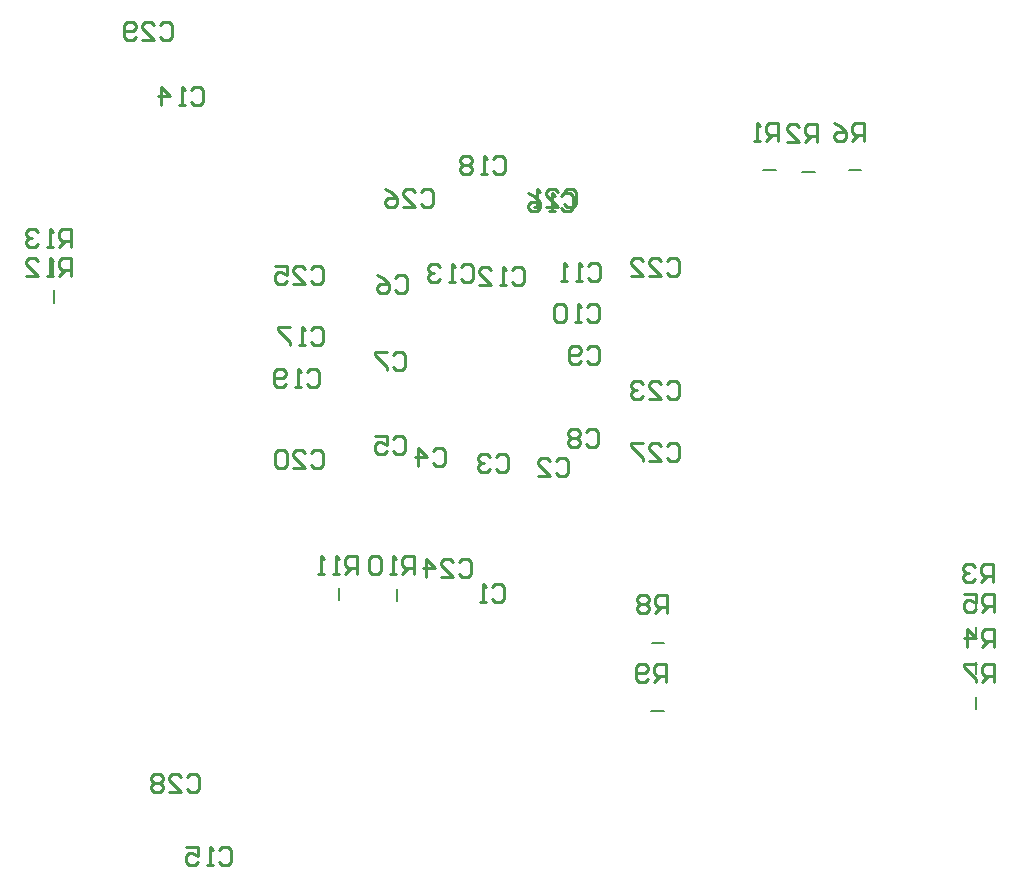
<source format=gbo>
G04*
G04 #@! TF.GenerationSoftware,Altium Limited,Altium Designer,18.0.7 (293)*
G04*
G04 Layer_Color=32896*
%FSLAX25Y25*%
%MOIN*%
G70*
G01*
G75*
%ADD14C,0.00787*%
%ADD16C,0.01000*%
D14*
X161700Y161833D02*
Y165967D01*
X142660Y162033D02*
Y166167D01*
X296933Y304960D02*
X301067D01*
X283933Y305340D02*
X288067D01*
X312433Y305460D02*
X316567D01*
X246669Y125000D02*
X250803D01*
X246866Y147940D02*
X251000D01*
X354800Y159033D02*
Y163167D01*
X354900Y137433D02*
Y141567D01*
Y149033D02*
Y153167D01*
Y125733D02*
Y129867D01*
X47260Y270613D02*
Y274747D01*
X47360Y261233D02*
Y265367D01*
D16*
X193801Y308998D02*
X194801Y309998D01*
X196800D01*
X197800Y308998D01*
Y305000D01*
X196800Y304000D01*
X194801D01*
X193801Y305000D01*
X191802Y304000D02*
X189803D01*
X190802D01*
Y309998D01*
X191802Y308998D01*
X186804D02*
X185804Y309998D01*
X183805D01*
X182805Y308998D01*
Y307999D01*
X183805Y306999D01*
X182805Y305999D01*
Y305000D01*
X183805Y304000D01*
X185804D01*
X186804Y305000D01*
Y305999D01*
X185804Y306999D01*
X186804Y307999D01*
Y308998D01*
X185804Y306999D02*
X183805D01*
X53100Y279680D02*
Y285678D01*
X50101D01*
X49101Y284679D01*
Y282679D01*
X50101Y281680D01*
X53100D01*
X51101D02*
X49101Y279680D01*
X47102D02*
X45103D01*
X46102D01*
Y285678D01*
X47102Y284679D01*
X42104D02*
X41104Y285678D01*
X39105D01*
X38105Y284679D01*
Y283679D01*
X39105Y282679D01*
X40104D01*
X39105D01*
X38105Y281680D01*
Y280680D01*
X39105Y279680D01*
X41104D01*
X42104Y280680D01*
X53160Y270300D02*
Y276298D01*
X50161D01*
X49161Y275298D01*
Y273299D01*
X50161Y272299D01*
X53160D01*
X51161D02*
X49161Y270300D01*
X47162D02*
X45162D01*
X46162D01*
Y276298D01*
X47162Y275298D01*
X38165Y270300D02*
X42163D01*
X38165Y274299D01*
Y275298D01*
X39164Y276298D01*
X41164D01*
X42163Y275298D01*
X148360Y170900D02*
Y176898D01*
X145361D01*
X144361Y175898D01*
Y173899D01*
X145361Y172899D01*
X148360D01*
X146361D02*
X144361Y170900D01*
X142362D02*
X140362D01*
X141362D01*
Y176898D01*
X142362Y175898D01*
X137363Y170900D02*
X135364D01*
X136364D01*
Y176898D01*
X137363Y175898D01*
X167400Y170700D02*
Y176698D01*
X164401D01*
X163401Y175698D01*
Y173699D01*
X164401Y172699D01*
X167400D01*
X165401D02*
X163401Y170700D01*
X161402D02*
X159403D01*
X160402D01*
Y176698D01*
X161402Y175698D01*
X156404D02*
X155404Y176698D01*
X153404D01*
X152405Y175698D01*
Y171700D01*
X153404Y170700D01*
X155404D01*
X156404Y171700D01*
Y175698D01*
X251536Y134740D02*
Y140738D01*
X248537D01*
X247537Y139739D01*
Y137739D01*
X248537Y136740D01*
X251536D01*
X249537D02*
X247537Y134740D01*
X245538Y135740D02*
X244538Y134740D01*
X242539D01*
X241539Y135740D01*
Y139739D01*
X242539Y140738D01*
X244538D01*
X245538Y139739D01*
Y138739D01*
X244538Y137739D01*
X241539D01*
X251933Y157740D02*
Y163738D01*
X248934D01*
X247934Y162739D01*
Y160739D01*
X248934Y159739D01*
X251933D01*
X249934D02*
X247934Y157740D01*
X245935Y162739D02*
X244935Y163738D01*
X242936D01*
X241936Y162739D01*
Y161739D01*
X242936Y160739D01*
X241936Y159739D01*
Y158740D01*
X242936Y157740D01*
X244935D01*
X245935Y158740D01*
Y159739D01*
X244935Y160739D01*
X245935Y161739D01*
Y162739D01*
X244935Y160739D02*
X242936D01*
X360740Y134800D02*
Y140798D01*
X357741D01*
X356741Y139798D01*
Y137799D01*
X357741Y136799D01*
X360740D01*
X358741D02*
X356741Y134800D01*
X354742Y140798D02*
X350743D01*
Y139798D01*
X354742Y135800D01*
Y134800D01*
X317500Y315300D02*
Y321298D01*
X314501D01*
X313501Y320298D01*
Y318299D01*
X314501Y317299D01*
X317500D01*
X315501D02*
X313501Y315300D01*
X307503Y321298D02*
X309503Y320298D01*
X311502Y318299D01*
Y316300D01*
X310502Y315300D01*
X308503D01*
X307503Y316300D01*
Y317299D01*
X308503Y318299D01*
X311502D01*
X360700Y158100D02*
Y164098D01*
X357701D01*
X356701Y163098D01*
Y161099D01*
X357701Y160099D01*
X360700D01*
X358701D02*
X356701Y158100D01*
X350703Y164098D02*
X354702D01*
Y161099D01*
X352703Y162099D01*
X351703D01*
X350703Y161099D01*
Y159100D01*
X351703Y158100D01*
X353702D01*
X354702Y159100D01*
X360740Y146500D02*
Y152498D01*
X357741D01*
X356741Y151498D01*
Y149499D01*
X357741Y148499D01*
X360740D01*
X358741D02*
X356741Y146500D01*
X351743D02*
Y152498D01*
X354742Y149499D01*
X350743D01*
X360600Y168100D02*
Y174098D01*
X357601D01*
X356601Y173098D01*
Y171099D01*
X357601Y170099D01*
X360600D01*
X358601D02*
X356601Y168100D01*
X354602Y173098D02*
X353602Y174098D01*
X351603D01*
X350603Y173098D01*
Y172099D01*
X351603Y171099D01*
X352603D01*
X351603D01*
X350603Y170099D01*
Y169100D01*
X351603Y168100D01*
X353602D01*
X354602Y169100D01*
X302000Y314800D02*
Y320798D01*
X299001D01*
X298001Y319798D01*
Y317799D01*
X299001Y316799D01*
X302000D01*
X300001D02*
X298001Y314800D01*
X292003D02*
X296002D01*
X292003Y318799D01*
Y319798D01*
X293003Y320798D01*
X295002D01*
X296002Y319798D01*
X289000Y315100D02*
Y321098D01*
X286001D01*
X285001Y320098D01*
Y318099D01*
X286001Y317099D01*
X289000D01*
X287001D02*
X285001Y315100D01*
X283002D02*
X281003D01*
X282002D01*
Y321098D01*
X283002Y320098D01*
X82801Y353698D02*
X83801Y354698D01*
X85800D01*
X86800Y353698D01*
Y349700D01*
X85800Y348700D01*
X83801D01*
X82801Y349700D01*
X76803Y348700D02*
X80802D01*
X76803Y352699D01*
Y353698D01*
X77803Y354698D01*
X79802D01*
X80802Y353698D01*
X74804Y349700D02*
X73804Y348700D01*
X71805D01*
X70805Y349700D01*
Y353698D01*
X71805Y354698D01*
X73804D01*
X74804Y353698D01*
Y352699D01*
X73804Y351699D01*
X70805D01*
X91690Y103298D02*
X92690Y104298D01*
X94689D01*
X95689Y103298D01*
Y99300D01*
X94689Y98300D01*
X92690D01*
X91690Y99300D01*
X85692Y98300D02*
X89691D01*
X85692Y102299D01*
Y103298D01*
X86692Y104298D01*
X88691D01*
X89691Y103298D01*
X83693D02*
X82693Y104298D01*
X80694D01*
X79694Y103298D01*
Y102299D01*
X80694Y101299D01*
X79694Y100299D01*
Y99300D01*
X80694Y98300D01*
X82693D01*
X83693Y99300D01*
Y100299D01*
X82693Y101299D01*
X83693Y102299D01*
Y103298D01*
X82693Y101299D02*
X80694D01*
X251901Y213520D02*
X252901Y214520D01*
X254900D01*
X255900Y213520D01*
Y209522D01*
X254900Y208522D01*
X252901D01*
X251901Y209522D01*
X245903Y208522D02*
X249902D01*
X245903Y212521D01*
Y213520D01*
X246903Y214520D01*
X248902D01*
X249902Y213520D01*
X243904Y214520D02*
X239905D01*
Y213520D01*
X243904Y209522D01*
Y208522D01*
X170001Y298198D02*
X171001Y299198D01*
X173000D01*
X174000Y298198D01*
Y294200D01*
X173000Y293200D01*
X171001D01*
X170001Y294200D01*
X164003Y293200D02*
X168002D01*
X164003Y297199D01*
Y298198D01*
X165003Y299198D01*
X167002D01*
X168002Y298198D01*
X158005Y299198D02*
X160004Y298198D01*
X162004Y296199D01*
Y294200D01*
X161004Y293200D01*
X159005D01*
X158005Y294200D01*
Y295199D01*
X159005Y296199D01*
X162004D01*
X133201Y272398D02*
X134201Y273398D01*
X136200D01*
X137200Y272398D01*
Y268400D01*
X136200Y267400D01*
X134201D01*
X133201Y268400D01*
X127203Y267400D02*
X131202D01*
X127203Y271399D01*
Y272398D01*
X128203Y273398D01*
X130202D01*
X131202Y272398D01*
X121205Y273398D02*
X125204D01*
Y270399D01*
X123205Y271399D01*
X122205D01*
X121205Y270399D01*
Y268400D01*
X122205Y267400D01*
X124204D01*
X125204Y268400D01*
X182601Y174898D02*
X183601Y175898D01*
X185600D01*
X186600Y174898D01*
Y170900D01*
X185600Y169900D01*
X183601D01*
X182601Y170900D01*
X176603Y169900D02*
X180602D01*
X176603Y173899D01*
Y174898D01*
X177603Y175898D01*
X179602D01*
X180602Y174898D01*
X171605Y169900D02*
Y175898D01*
X174604Y172899D01*
X170605D01*
X251901Y234024D02*
X252901Y235024D01*
X254900D01*
X255900Y234024D01*
Y230026D01*
X254900Y229026D01*
X252901D01*
X251901Y230026D01*
X245903Y229026D02*
X249902D01*
X245903Y233025D01*
Y234024D01*
X246903Y235024D01*
X248902D01*
X249902Y234024D01*
X243904D02*
X242904Y235024D01*
X240905D01*
X239905Y234024D01*
Y233025D01*
X240905Y232025D01*
X241904D01*
X240905D01*
X239905Y231025D01*
Y230026D01*
X240905Y229026D01*
X242904D01*
X243904Y230026D01*
X251901Y275087D02*
X252901Y276087D01*
X254900D01*
X255900Y275087D01*
Y271089D01*
X254900Y270089D01*
X252901D01*
X251901Y271089D01*
X245903Y270089D02*
X249902D01*
X245903Y274088D01*
Y275087D01*
X246903Y276087D01*
X248902D01*
X249902Y275087D01*
X239905Y270089D02*
X243904D01*
X239905Y274088D01*
Y275087D01*
X240905Y276087D01*
X242904D01*
X243904Y275087D01*
X217601Y298198D02*
X218601Y299198D01*
X220600D01*
X221600Y298198D01*
Y294200D01*
X220600Y293200D01*
X218601D01*
X217601Y294200D01*
X211603Y293200D02*
X215602D01*
X211603Y297199D01*
Y298198D01*
X212603Y299198D01*
X214602D01*
X215602Y298198D01*
X209604Y293200D02*
X207605D01*
X208604D01*
Y299198D01*
X209604Y298198D01*
X133201Y211298D02*
X134201Y212298D01*
X136200D01*
X137200Y211298D01*
Y207300D01*
X136200Y206300D01*
X134201D01*
X133201Y207300D01*
X127203Y206300D02*
X131202D01*
X127203Y210299D01*
Y211298D01*
X128203Y212298D01*
X130202D01*
X131202Y211298D01*
X125204D02*
X124204Y212298D01*
X122205D01*
X121205Y211298D01*
Y207300D01*
X122205Y206300D01*
X124204D01*
X125204Y207300D01*
Y211298D01*
X131801Y238261D02*
X132801Y239261D01*
X134800D01*
X135800Y238261D01*
Y234263D01*
X134800Y233263D01*
X132801D01*
X131801Y234263D01*
X129802Y233263D02*
X127803D01*
X128802D01*
Y239261D01*
X129802Y238261D01*
X124804Y234263D02*
X123804Y233263D01*
X121804D01*
X120805Y234263D01*
Y238261D01*
X121804Y239261D01*
X123804D01*
X124804Y238261D01*
Y237262D01*
X123804Y236262D01*
X120805D01*
X133201Y252035D02*
X134201Y253035D01*
X136200D01*
X137200Y252035D01*
Y248037D01*
X136200Y247037D01*
X134201D01*
X133201Y248037D01*
X131202Y247037D02*
X129203D01*
X130202D01*
Y253035D01*
X131202Y252035D01*
X126204Y253035D02*
X122205D01*
Y252035D01*
X126204Y248037D01*
Y247037D01*
X216396Y296698D02*
X217395Y297698D01*
X219395D01*
X220394Y296698D01*
Y292700D01*
X219395Y291700D01*
X217395D01*
X216396Y292700D01*
X214396Y291700D02*
X212397D01*
X213397D01*
Y297698D01*
X214396Y296698D01*
X205399Y297698D02*
X207399Y296698D01*
X209398Y294699D01*
Y292700D01*
X208398Y291700D01*
X206399D01*
X205399Y292700D01*
Y293699D01*
X206399Y294699D01*
X209398D01*
X102412Y78698D02*
X103412Y79698D01*
X105411D01*
X106411Y78698D01*
Y74700D01*
X105411Y73700D01*
X103412D01*
X102412Y74700D01*
X100413Y73700D02*
X98414D01*
X99413D01*
Y79698D01*
X100413Y78698D01*
X91416Y79698D02*
X95415D01*
Y76699D01*
X93415Y77699D01*
X92415D01*
X91416Y76699D01*
Y74700D01*
X92415Y73700D01*
X94415D01*
X95415Y74700D01*
X93190Y332298D02*
X94190Y333298D01*
X96189D01*
X97189Y332298D01*
Y328300D01*
X96189Y327300D01*
X94190D01*
X93190Y328300D01*
X91191Y327300D02*
X89192D01*
X90191D01*
Y333298D01*
X91191Y332298D01*
X83193Y327300D02*
Y333298D01*
X86193Y330299D01*
X82194D01*
X183201Y273298D02*
X184201Y274298D01*
X186200D01*
X187200Y273298D01*
Y269300D01*
X186200Y268300D01*
X184201D01*
X183201Y269300D01*
X181202Y268300D02*
X179203D01*
X180202D01*
Y274298D01*
X181202Y273298D01*
X176204D02*
X175204Y274298D01*
X173205D01*
X172205Y273298D01*
Y272299D01*
X173205Y271299D01*
X174204D01*
X173205D01*
X172205Y270299D01*
Y269300D01*
X173205Y268300D01*
X175204D01*
X176204Y269300D01*
X200101Y271998D02*
X201101Y272998D01*
X203100D01*
X204100Y271998D01*
Y268000D01*
X203100Y267000D01*
X201101D01*
X200101Y268000D01*
X198102Y267000D02*
X196103D01*
X197102D01*
Y272998D01*
X198102Y271998D01*
X189105Y267000D02*
X193104D01*
X189105Y270999D01*
Y271998D01*
X190104Y272998D01*
X192104D01*
X193104Y271998D01*
X225501Y273498D02*
X226501Y274498D01*
X228500D01*
X229500Y273498D01*
Y269500D01*
X228500Y268500D01*
X226501D01*
X225501Y269500D01*
X223502Y268500D02*
X221503D01*
X222502D01*
Y274498D01*
X223502Y273498D01*
X218504Y268500D02*
X216504D01*
X217504D01*
Y274498D01*
X218504Y273498D01*
X225101Y259887D02*
X226101Y260887D01*
X228100D01*
X229100Y259887D01*
Y255889D01*
X228100Y254889D01*
X226101D01*
X225101Y255889D01*
X223102Y254889D02*
X221103D01*
X222102D01*
Y260887D01*
X223102Y259887D01*
X218104D02*
X217104Y260887D01*
X215105D01*
X214105Y259887D01*
Y255889D01*
X215105Y254889D01*
X217104D01*
X218104Y255889D01*
Y259887D01*
X225301Y245709D02*
X226301Y246709D01*
X228300D01*
X229300Y245709D01*
Y241711D01*
X228300Y240711D01*
X226301D01*
X225301Y241711D01*
X223302D02*
X222302Y240711D01*
X220303D01*
X219303Y241711D01*
Y245709D01*
X220303Y246709D01*
X222302D01*
X223302Y245709D01*
Y244710D01*
X222302Y243710D01*
X219303D01*
X224801Y218298D02*
X225801Y219298D01*
X227800D01*
X228800Y218298D01*
Y214300D01*
X227800Y213300D01*
X225801D01*
X224801Y214300D01*
X222802Y218298D02*
X221802Y219298D01*
X219803D01*
X218803Y218298D01*
Y217299D01*
X219803Y216299D01*
X218803Y215299D01*
Y214300D01*
X219803Y213300D01*
X221802D01*
X222802Y214300D01*
Y215299D01*
X221802Y216299D01*
X222802Y217299D01*
Y218298D01*
X221802Y216299D02*
X219803D01*
X160401Y243898D02*
X161401Y244898D01*
X163400D01*
X164400Y243898D01*
Y239900D01*
X163400Y238900D01*
X161401D01*
X160401Y239900D01*
X158402Y244898D02*
X154403D01*
Y243898D01*
X158402Y239900D01*
Y238900D01*
X161101Y269320D02*
X162101Y270320D01*
X164100D01*
X165100Y269320D01*
Y265322D01*
X164100Y264322D01*
X162101D01*
X161101Y265322D01*
X155103Y270320D02*
X157103Y269320D01*
X159102Y267321D01*
Y265322D01*
X158102Y264322D01*
X156103D01*
X155103Y265322D01*
Y266321D01*
X156103Y267321D01*
X159102D01*
X160601Y215698D02*
X161601Y216698D01*
X163600D01*
X164600Y215698D01*
Y211700D01*
X163600Y210700D01*
X161601D01*
X160601Y211700D01*
X154603Y216698D02*
X158602D01*
Y213699D01*
X156603Y214699D01*
X155603D01*
X154603Y213699D01*
Y211700D01*
X155603Y210700D01*
X157602D01*
X158602Y211700D01*
X173790Y211698D02*
X174790Y212698D01*
X176789D01*
X177789Y211698D01*
Y207700D01*
X176789Y206700D01*
X174790D01*
X173790Y207700D01*
X168792Y206700D02*
Y212698D01*
X171791Y209699D01*
X167792D01*
X195001Y209898D02*
X196001Y210898D01*
X198000D01*
X199000Y209898D01*
Y205900D01*
X198000Y204900D01*
X196001D01*
X195001Y205900D01*
X193002Y209898D02*
X192002Y210898D01*
X190003D01*
X189003Y209898D01*
Y208899D01*
X190003Y207899D01*
X191003D01*
X190003D01*
X189003Y206899D01*
Y205900D01*
X190003Y204900D01*
X192002D01*
X193002Y205900D01*
X214812Y208598D02*
X215812Y209598D01*
X217811D01*
X218811Y208598D01*
Y204600D01*
X217811Y203600D01*
X215812D01*
X214812Y204600D01*
X208814Y203600D02*
X212813D01*
X208814Y207599D01*
Y208598D01*
X209814Y209598D01*
X211813D01*
X212813Y208598D01*
X193601Y166598D02*
X194601Y167598D01*
X196600D01*
X197600Y166598D01*
Y162600D01*
X196600Y161600D01*
X194601D01*
X193601Y162600D01*
X191602Y161600D02*
X189603D01*
X190602D01*
Y167598D01*
X191602Y166598D01*
M02*

</source>
